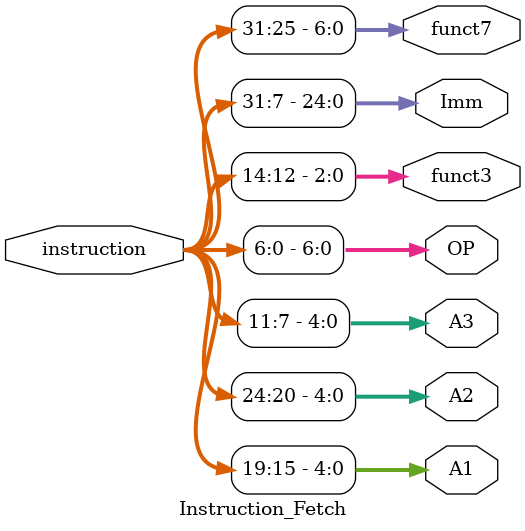
<source format=v>
`timescale 1ns/1ns
module Instruction_Fetch (
    input [31:0] instruction,
    output reg [4:0] A1,A2,A3,
    output reg [6:0] OP,
    output reg [2:0] funct3,
    output reg [24:0] Imm,
    output reg [6:0] funct7
);
    always @(*) begin
        A1 <= instruction[19:15];
        A2 <= instruction[24:20];
        A3 <= instruction[11:7];
        OP <= instruction[6:0];
        funct3 <= instruction[14:12];
        Imm <= instruction[31:7];
        funct7 <= instruction[31:25];
    end
endmodule
</source>
